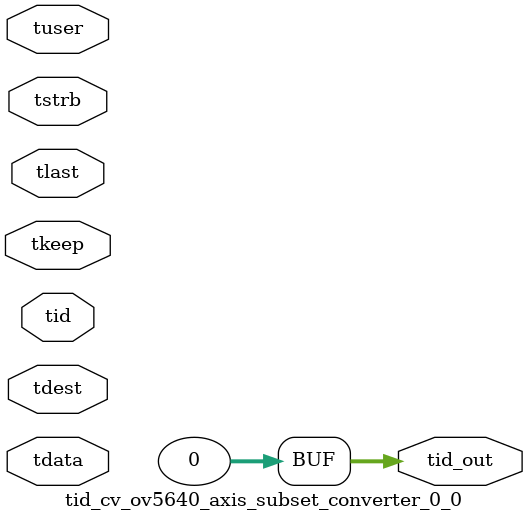
<source format=v>


`timescale 1ps/1ps

module tid_cv_ov5640_axis_subset_converter_0_0 #
(
parameter C_S_AXIS_TID_WIDTH   = 1,
parameter C_S_AXIS_TUSER_WIDTH = 0,
parameter C_S_AXIS_TDATA_WIDTH = 0,
parameter C_S_AXIS_TDEST_WIDTH = 0,
parameter C_M_AXIS_TID_WIDTH   = 32
)
(
input  [(C_S_AXIS_TID_WIDTH   == 0 ? 1 : C_S_AXIS_TID_WIDTH)-1:0       ] tid,
input  [(C_S_AXIS_TDATA_WIDTH == 0 ? 1 : C_S_AXIS_TDATA_WIDTH)-1:0     ] tdata,
input  [(C_S_AXIS_TUSER_WIDTH == 0 ? 1 : C_S_AXIS_TUSER_WIDTH)-1:0     ] tuser,
input  [(C_S_AXIS_TDEST_WIDTH == 0 ? 1 : C_S_AXIS_TDEST_WIDTH)-1:0     ] tdest,
input  [(C_S_AXIS_TDATA_WIDTH/8)-1:0 ] tkeep,
input  [(C_S_AXIS_TDATA_WIDTH/8)-1:0 ] tstrb,
input                                                                    tlast,
output [(C_M_AXIS_TID_WIDTH   == 0 ? 1 : C_M_AXIS_TID_WIDTH)-1:0       ] tid_out
);

assign tid_out = {1'b0};

endmodule


</source>
